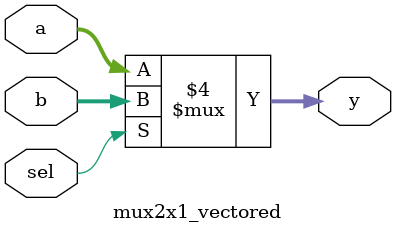
<source format=v>


`timescale 1ns/10ps

module mux2x1_vectored (
    y,
    a,
    b,
    sel
);
// Multiplexer 2x1
// y -- mux output
// a, b -- data inputs
// sel -- control input: select b if asserted, otherwise a

output [7:0] y;
reg [7:0] y;
input [7:0] a;
input [7:0] b;
input sel;




always @(sel, b, a) begin: MUX2X1_VECTORED_COMB
    if ((sel == 1)) begin
        y = b;
    end
    else begin
        y = a;
    end
end

endmodule

</source>
